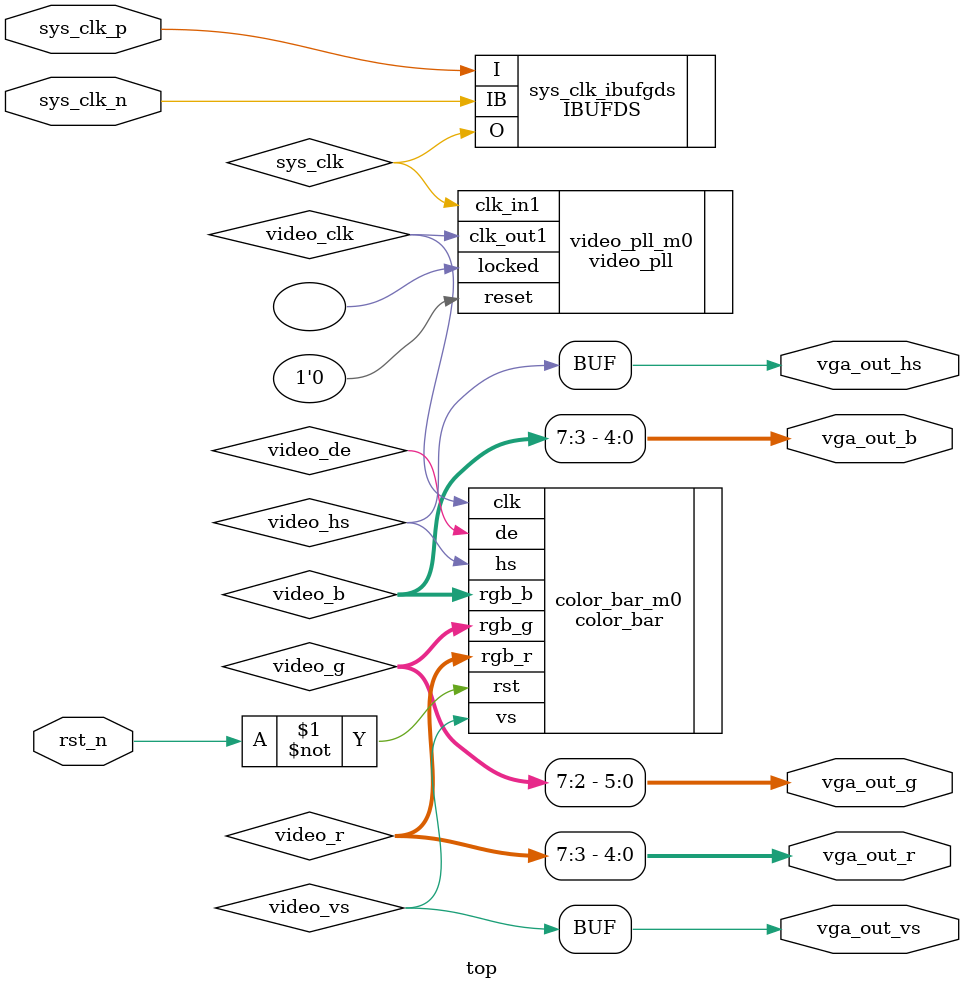
<source format=v>

module top(
	//Differential system clocks
	input                       sys_clk_p,
	input                       sys_clk_n,
	input                       rst_n,
	//vga output
	output                      vga_out_hs,   //vga horizontal synchronization
	output                      vga_out_vs,   //vga vertical synchronization
	output[4:0]                 vga_out_r,    //vga red
	output[5:0]                 vga_out_g,    //vga green
	output[4:0]                 vga_out_b     //vga blue

);

wire                            video_clk;
wire                            video_hs;
wire                            video_vs;
wire                            video_de;
wire[7:0]                       video_r;
wire[7:0]                       video_g;
wire[7:0]                       video_b;
wire                            sys_clk;
assign vga_out_hs     = video_hs;
assign vga_out_vs     = video_vs;
assign vga_out_r      = video_r[7:3];
assign vga_out_g      = video_g[7:2];
assign vga_out_b      = video_b[7:3];

IBUFDS sys_clk_ibufgds
(
	.O                          (sys_clk                  ),
	.I                          (sys_clk_p                ),
	.IB                         (sys_clk_n                )
);
video_pll video_pll_m0
 (
	.clk_in1                    (sys_clk                  ),
	.clk_out1                   (video_clk                ),
	.reset                      (1'b0                     ),
	.locked                     (                         )
 );
color_bar color_bar_m0(
	.clk                        (video_clk                ),
	.rst                        (~rst_n                   ),
	.hs                         (video_hs                 ),
	.vs                         (video_vs                 ),
	.de                         (video_de                 ),
	.rgb_r                      (video_r                  ),
	.rgb_g                      (video_g                  ),
	.rgb_b                      (video_b                  )
);
endmodule
</source>
